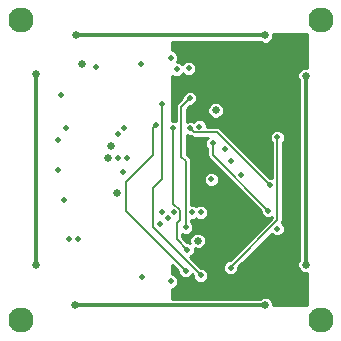
<source format=gbr>
G04 #@! TF.FileFunction,Copper,L3,Inr,Signal*
%FSLAX46Y46*%
G04 Gerber Fmt 4.6, Leading zero omitted, Abs format (unit mm)*
G04 Created by KiCad (PCBNEW 4.0.0-rc1-stable) date 10/19/2015 7:45:35 PM*
%MOMM*%
G01*
G04 APERTURE LIST*
%ADD10C,0.100000*%
%ADD11C,2.130000*%
%ADD12C,0.635000*%
%ADD13C,0.508000*%
%ADD14C,0.152400*%
%ADD15C,0.304800*%
%ADD16C,0.254000*%
G04 APERTURE END LIST*
D10*
D11*
X127000000Y-127000000D03*
X152400000Y-127000000D03*
X152400000Y-101600000D03*
X127000000Y-101600000D03*
D12*
X135128000Y-116205000D03*
X143510000Y-109220006D03*
X132207000Y-105283000D03*
X134620000Y-112268000D03*
D13*
X135636000Y-114452420D03*
X136017000Y-113284000D03*
X139700000Y-104775004D03*
X130175000Y-114299998D03*
X139699998Y-123698000D03*
D12*
X141986006Y-120269000D03*
X134366000Y-113284000D03*
D13*
X149352000Y-114299998D03*
X143129000Y-114046000D03*
D12*
X144653000Y-121031000D03*
X147447000Y-112141000D03*
D13*
X142125587Y-110614483D03*
X142240000Y-117856000D03*
X137287000Y-123317000D03*
X130174990Y-111760000D03*
X135255000Y-111252000D03*
X135255000Y-113284000D03*
X130683000Y-116840000D03*
X131064000Y-120142000D03*
X131839539Y-120139666D03*
X138938000Y-117856000D03*
X139446000Y-118364000D03*
X130429004Y-107950000D03*
X139954000Y-117856000D03*
X141327236Y-108180236D03*
X140970000Y-119126000D03*
X141478000Y-117856000D03*
X133350000Y-105537000D03*
X138811000Y-118872000D03*
X143129000Y-115062000D03*
X144780000Y-113538000D03*
X145669000Y-114680998D03*
X144272000Y-112522000D03*
X148717000Y-119253000D03*
X147955000Y-117729000D03*
X143256000Y-112014000D03*
X148082000Y-115569998D03*
X141350998Y-110744000D03*
X144780000Y-122555000D03*
X148717000Y-111506000D03*
X141097000Y-121031000D03*
X139932610Y-110744000D03*
X130810000Y-110744000D03*
X135763000Y-110744000D03*
D12*
X147700988Y-102870000D03*
X151130000Y-106299000D03*
X128270000Y-106172000D03*
X131699000Y-102870000D03*
X128270000Y-122301000D03*
X131572000Y-125730000D03*
X147701000Y-125730000D03*
X151130000Y-122301000D03*
D13*
X141223986Y-105664000D03*
X137160000Y-105283000D03*
X140208000Y-105765610D03*
X142240000Y-123190000D03*
X138938000Y-108712000D03*
X140970000Y-122809000D03*
X138430000Y-110490010D03*
D14*
X140970000Y-119126000D02*
X140970000Y-113538000D01*
X140970000Y-113538000D02*
X140589000Y-113157000D01*
X140589000Y-113157000D02*
X140589000Y-108918472D01*
X140589000Y-108918472D02*
X141073237Y-108434235D01*
X141073237Y-108434235D02*
X141327236Y-108180236D01*
X143256000Y-112014000D02*
X143256000Y-113030000D01*
X143256000Y-113030000D02*
X147955000Y-117729000D01*
X147828001Y-115315999D02*
X148082000Y-115569998D01*
X143611603Y-111099601D02*
X147828001Y-115315999D01*
X141706599Y-111099601D02*
X143611603Y-111099601D01*
X141350998Y-110744000D02*
X141706599Y-111099601D01*
X148717000Y-111506000D02*
X148717000Y-118538750D01*
X148717000Y-118538750D02*
X144780000Y-122475750D01*
X144780000Y-122475750D02*
X144780000Y-122555000D01*
X140208000Y-118745000D02*
X140208000Y-120142000D01*
X140208000Y-120142000D02*
X141097000Y-121031000D01*
X140462000Y-118491000D02*
X140208000Y-118745000D01*
X140462000Y-117649750D02*
X140462000Y-118491000D01*
X139932610Y-110744000D02*
X139932610Y-117120360D01*
X139932610Y-117120360D02*
X140462000Y-117649750D01*
D15*
X131699000Y-102870000D02*
X147700988Y-102870000D01*
X128270000Y-122301000D02*
X128270000Y-106172000D01*
X147701000Y-125730000D02*
X131572000Y-125730000D01*
X151130000Y-106299000D02*
X151130000Y-122301000D01*
D14*
X141986001Y-122936001D02*
X142240000Y-123190000D01*
X138176000Y-119126000D02*
X141986001Y-122936001D01*
X138176000Y-115824000D02*
X138176000Y-119126000D01*
X138938000Y-115062000D02*
X138176000Y-115824000D01*
X138938000Y-108712000D02*
X138938000Y-115062000D01*
X138430000Y-110490010D02*
X138176001Y-110744009D01*
X138176001Y-110744009D02*
X138176001Y-113029999D01*
X138176001Y-113029999D02*
X135890000Y-115316000D01*
X135890000Y-115316000D02*
X135890000Y-117729000D01*
X135890000Y-117729000D02*
X140970000Y-122809000D01*
D16*
G36*
X151257000Y-105600611D02*
X150991669Y-105600379D01*
X150734849Y-105706496D01*
X150538186Y-105902815D01*
X150431622Y-106159450D01*
X150431379Y-106437331D01*
X150537496Y-106694151D01*
X150596600Y-106753359D01*
X150596600Y-121846503D01*
X150538186Y-121904815D01*
X150431622Y-122161450D01*
X150431379Y-122439331D01*
X150537496Y-122696151D01*
X150733815Y-122892814D01*
X150990450Y-122999378D01*
X151257000Y-122999611D01*
X151257000Y-125730000D01*
X148399500Y-125730000D01*
X148399621Y-125591669D01*
X148293504Y-125334849D01*
X148097185Y-125138186D01*
X147840550Y-125031622D01*
X147562669Y-125031379D01*
X147305849Y-125137496D01*
X147246641Y-125196600D01*
X139827000Y-125196600D01*
X139827000Y-124332595D01*
X140059226Y-124236640D01*
X140238011Y-124058168D01*
X140334887Y-123824863D01*
X140335108Y-123572245D01*
X140238638Y-123338772D01*
X140060166Y-123159987D01*
X139827000Y-123063169D01*
X139827000Y-122312578D01*
X140334990Y-122820568D01*
X140334890Y-122934755D01*
X140431360Y-123168228D01*
X140609832Y-123347013D01*
X140843137Y-123443889D01*
X141095755Y-123444110D01*
X141329228Y-123347640D01*
X141508013Y-123169168D01*
X141526960Y-123123538D01*
X141604990Y-123201568D01*
X141604890Y-123315755D01*
X141701360Y-123549228D01*
X141879832Y-123728013D01*
X142113137Y-123824889D01*
X142365755Y-123825110D01*
X142599228Y-123728640D01*
X142778013Y-123550168D01*
X142874889Y-123316863D01*
X142875110Y-123064245D01*
X142778640Y-122830772D01*
X142600168Y-122651987D01*
X142366863Y-122555111D01*
X142251588Y-122555010D01*
X141321774Y-121625196D01*
X141456228Y-121569640D01*
X141635013Y-121391168D01*
X141731889Y-121157863D01*
X141732097Y-120919892D01*
X141846456Y-120967378D01*
X142124337Y-120967621D01*
X142381157Y-120861504D01*
X142577820Y-120665185D01*
X142684384Y-120408550D01*
X142684627Y-120130669D01*
X142578510Y-119873849D01*
X142382191Y-119677186D01*
X142125556Y-119570622D01*
X141847675Y-119570379D01*
X141590855Y-119676496D01*
X141394192Y-119872815D01*
X141287628Y-120129450D01*
X141287385Y-120407331D01*
X141294945Y-120425626D01*
X141223863Y-120396111D01*
X141108588Y-120396010D01*
X140665200Y-119952622D01*
X140665200Y-119687004D01*
X140843137Y-119760889D01*
X141095755Y-119761110D01*
X141329228Y-119664640D01*
X141508013Y-119486168D01*
X141604889Y-119252863D01*
X141605110Y-119000245D01*
X141508640Y-118766772D01*
X141427200Y-118685189D01*
X141427200Y-118490956D01*
X141603755Y-118491110D01*
X141837228Y-118394640D01*
X141858881Y-118373025D01*
X141879832Y-118394013D01*
X142113137Y-118490889D01*
X142365755Y-118491110D01*
X142599228Y-118394640D01*
X142778013Y-118216168D01*
X142874889Y-117982863D01*
X142875110Y-117730245D01*
X142778640Y-117496772D01*
X142600168Y-117317987D01*
X142366863Y-117221111D01*
X142114245Y-117220890D01*
X141880772Y-117317360D01*
X141859119Y-117338975D01*
X141838168Y-117317987D01*
X141604863Y-117221111D01*
X141427200Y-117220956D01*
X141427200Y-115187755D01*
X142493890Y-115187755D01*
X142590360Y-115421228D01*
X142768832Y-115600013D01*
X143002137Y-115696889D01*
X143254755Y-115697110D01*
X143488228Y-115600640D01*
X143667013Y-115422168D01*
X143763889Y-115188863D01*
X143764110Y-114936245D01*
X143667640Y-114702772D01*
X143489168Y-114523987D01*
X143255863Y-114427111D01*
X143003245Y-114426890D01*
X142769772Y-114523360D01*
X142590987Y-114701832D01*
X142494111Y-114935137D01*
X142493890Y-115187755D01*
X141427200Y-115187755D01*
X141427200Y-113538000D01*
X141392398Y-113363037D01*
X141293289Y-113214711D01*
X141046200Y-112967622D01*
X141046200Y-111305004D01*
X141224135Y-111378889D01*
X141339410Y-111378990D01*
X141383310Y-111422890D01*
X141531636Y-111521999D01*
X141706599Y-111556801D01*
X142815188Y-111556801D01*
X142717987Y-111653832D01*
X142621111Y-111887137D01*
X142620890Y-112139755D01*
X142717360Y-112373228D01*
X142798800Y-112454811D01*
X142798800Y-113030000D01*
X142833602Y-113204963D01*
X142932711Y-113353289D01*
X147319990Y-117740569D01*
X147319890Y-117854755D01*
X147416360Y-118088228D01*
X147594832Y-118267013D01*
X147828137Y-118363889D01*
X148080755Y-118364110D01*
X148259800Y-118290129D01*
X148259800Y-118349372D01*
X144689251Y-121919921D01*
X144654245Y-121919890D01*
X144420772Y-122016360D01*
X144241987Y-122194832D01*
X144145111Y-122428137D01*
X144144890Y-122680755D01*
X144241360Y-122914228D01*
X144419832Y-123093013D01*
X144653137Y-123189889D01*
X144905755Y-123190110D01*
X145139228Y-123093640D01*
X145318013Y-122915168D01*
X145414889Y-122681863D01*
X145415059Y-122487269D01*
X148234181Y-119668147D01*
X148356832Y-119791013D01*
X148590137Y-119887889D01*
X148842755Y-119888110D01*
X149076228Y-119791640D01*
X149255013Y-119613168D01*
X149351889Y-119379863D01*
X149352110Y-119127245D01*
X149255640Y-118893772D01*
X149113936Y-118751819D01*
X149139398Y-118713713D01*
X149174200Y-118538750D01*
X149174200Y-111946840D01*
X149255013Y-111866168D01*
X149351889Y-111632863D01*
X149352110Y-111380245D01*
X149255640Y-111146772D01*
X149077168Y-110967987D01*
X148843863Y-110871111D01*
X148591245Y-110870890D01*
X148357772Y-110967360D01*
X148178987Y-111145832D01*
X148082111Y-111379137D01*
X148081890Y-111631755D01*
X148178360Y-111865228D01*
X148259800Y-111946811D01*
X148259800Y-114956260D01*
X148208863Y-114935109D01*
X148093588Y-114935008D01*
X143934892Y-110776312D01*
X143786566Y-110677203D01*
X143611603Y-110642401D01*
X142760563Y-110642401D01*
X142760697Y-110488728D01*
X142664227Y-110255255D01*
X142485755Y-110076470D01*
X142252450Y-109979594D01*
X141999832Y-109979373D01*
X141766359Y-110075843D01*
X141658072Y-110183941D01*
X141477861Y-110109111D01*
X141225243Y-110108890D01*
X141046200Y-110182870D01*
X141046200Y-109358337D01*
X142811379Y-109358337D01*
X142917496Y-109615157D01*
X143113815Y-109811820D01*
X143370450Y-109918384D01*
X143648331Y-109918627D01*
X143905151Y-109812510D01*
X144101814Y-109616191D01*
X144208378Y-109359556D01*
X144208621Y-109081675D01*
X144102504Y-108824855D01*
X143906185Y-108628192D01*
X143649550Y-108521628D01*
X143371669Y-108521385D01*
X143114849Y-108627502D01*
X142918186Y-108823821D01*
X142811622Y-109080456D01*
X142811379Y-109358337D01*
X141046200Y-109358337D01*
X141046200Y-109107850D01*
X141338805Y-108815246D01*
X141452991Y-108815346D01*
X141686464Y-108718876D01*
X141865249Y-108540404D01*
X141962125Y-108307099D01*
X141962346Y-108054481D01*
X141865876Y-107821008D01*
X141687404Y-107642223D01*
X141454099Y-107545347D01*
X141201481Y-107545126D01*
X140968008Y-107641596D01*
X140789223Y-107820068D01*
X140692347Y-108053373D01*
X140692246Y-108168647D01*
X140265711Y-108595183D01*
X140166602Y-108743509D01*
X140131800Y-108918472D01*
X140131800Y-110139144D01*
X140059473Y-110109111D01*
X139827000Y-110108908D01*
X139827000Y-106282754D01*
X139847832Y-106303623D01*
X140081137Y-106400499D01*
X140333755Y-106400720D01*
X140567228Y-106304250D01*
X140746013Y-106125778D01*
X140758264Y-106096274D01*
X140863818Y-106202013D01*
X141097123Y-106298889D01*
X141349741Y-106299110D01*
X141583214Y-106202640D01*
X141761999Y-106024168D01*
X141858875Y-105790863D01*
X141859096Y-105538245D01*
X141762626Y-105304772D01*
X141584154Y-105125987D01*
X141350849Y-105029111D01*
X141098231Y-105028890D01*
X140864758Y-105125360D01*
X140685973Y-105303832D01*
X140673722Y-105333336D01*
X140568168Y-105227597D01*
X140334863Y-105130721D01*
X140239896Y-105130638D01*
X140334889Y-104901867D01*
X140335110Y-104649249D01*
X140238640Y-104415776D01*
X140060168Y-104236991D01*
X139827000Y-104140172D01*
X139827000Y-103403400D01*
X147246491Y-103403400D01*
X147304803Y-103461814D01*
X147561438Y-103568378D01*
X147839319Y-103568621D01*
X148096139Y-103462504D01*
X148292802Y-103266185D01*
X148399366Y-103009550D01*
X148399599Y-102743000D01*
X151257000Y-102743000D01*
X151257000Y-105600611D01*
X151257000Y-105600611D01*
G37*
X151257000Y-105600611D02*
X150991669Y-105600379D01*
X150734849Y-105706496D01*
X150538186Y-105902815D01*
X150431622Y-106159450D01*
X150431379Y-106437331D01*
X150537496Y-106694151D01*
X150596600Y-106753359D01*
X150596600Y-121846503D01*
X150538186Y-121904815D01*
X150431622Y-122161450D01*
X150431379Y-122439331D01*
X150537496Y-122696151D01*
X150733815Y-122892814D01*
X150990450Y-122999378D01*
X151257000Y-122999611D01*
X151257000Y-125730000D01*
X148399500Y-125730000D01*
X148399621Y-125591669D01*
X148293504Y-125334849D01*
X148097185Y-125138186D01*
X147840550Y-125031622D01*
X147562669Y-125031379D01*
X147305849Y-125137496D01*
X147246641Y-125196600D01*
X139827000Y-125196600D01*
X139827000Y-124332595D01*
X140059226Y-124236640D01*
X140238011Y-124058168D01*
X140334887Y-123824863D01*
X140335108Y-123572245D01*
X140238638Y-123338772D01*
X140060166Y-123159987D01*
X139827000Y-123063169D01*
X139827000Y-122312578D01*
X140334990Y-122820568D01*
X140334890Y-122934755D01*
X140431360Y-123168228D01*
X140609832Y-123347013D01*
X140843137Y-123443889D01*
X141095755Y-123444110D01*
X141329228Y-123347640D01*
X141508013Y-123169168D01*
X141526960Y-123123538D01*
X141604990Y-123201568D01*
X141604890Y-123315755D01*
X141701360Y-123549228D01*
X141879832Y-123728013D01*
X142113137Y-123824889D01*
X142365755Y-123825110D01*
X142599228Y-123728640D01*
X142778013Y-123550168D01*
X142874889Y-123316863D01*
X142875110Y-123064245D01*
X142778640Y-122830772D01*
X142600168Y-122651987D01*
X142366863Y-122555111D01*
X142251588Y-122555010D01*
X141321774Y-121625196D01*
X141456228Y-121569640D01*
X141635013Y-121391168D01*
X141731889Y-121157863D01*
X141732097Y-120919892D01*
X141846456Y-120967378D01*
X142124337Y-120967621D01*
X142381157Y-120861504D01*
X142577820Y-120665185D01*
X142684384Y-120408550D01*
X142684627Y-120130669D01*
X142578510Y-119873849D01*
X142382191Y-119677186D01*
X142125556Y-119570622D01*
X141847675Y-119570379D01*
X141590855Y-119676496D01*
X141394192Y-119872815D01*
X141287628Y-120129450D01*
X141287385Y-120407331D01*
X141294945Y-120425626D01*
X141223863Y-120396111D01*
X141108588Y-120396010D01*
X140665200Y-119952622D01*
X140665200Y-119687004D01*
X140843137Y-119760889D01*
X141095755Y-119761110D01*
X141329228Y-119664640D01*
X141508013Y-119486168D01*
X141604889Y-119252863D01*
X141605110Y-119000245D01*
X141508640Y-118766772D01*
X141427200Y-118685189D01*
X141427200Y-118490956D01*
X141603755Y-118491110D01*
X141837228Y-118394640D01*
X141858881Y-118373025D01*
X141879832Y-118394013D01*
X142113137Y-118490889D01*
X142365755Y-118491110D01*
X142599228Y-118394640D01*
X142778013Y-118216168D01*
X142874889Y-117982863D01*
X142875110Y-117730245D01*
X142778640Y-117496772D01*
X142600168Y-117317987D01*
X142366863Y-117221111D01*
X142114245Y-117220890D01*
X141880772Y-117317360D01*
X141859119Y-117338975D01*
X141838168Y-117317987D01*
X141604863Y-117221111D01*
X141427200Y-117220956D01*
X141427200Y-115187755D01*
X142493890Y-115187755D01*
X142590360Y-115421228D01*
X142768832Y-115600013D01*
X143002137Y-115696889D01*
X143254755Y-115697110D01*
X143488228Y-115600640D01*
X143667013Y-115422168D01*
X143763889Y-115188863D01*
X143764110Y-114936245D01*
X143667640Y-114702772D01*
X143489168Y-114523987D01*
X143255863Y-114427111D01*
X143003245Y-114426890D01*
X142769772Y-114523360D01*
X142590987Y-114701832D01*
X142494111Y-114935137D01*
X142493890Y-115187755D01*
X141427200Y-115187755D01*
X141427200Y-113538000D01*
X141392398Y-113363037D01*
X141293289Y-113214711D01*
X141046200Y-112967622D01*
X141046200Y-111305004D01*
X141224135Y-111378889D01*
X141339410Y-111378990D01*
X141383310Y-111422890D01*
X141531636Y-111521999D01*
X141706599Y-111556801D01*
X142815188Y-111556801D01*
X142717987Y-111653832D01*
X142621111Y-111887137D01*
X142620890Y-112139755D01*
X142717360Y-112373228D01*
X142798800Y-112454811D01*
X142798800Y-113030000D01*
X142833602Y-113204963D01*
X142932711Y-113353289D01*
X147319990Y-117740569D01*
X147319890Y-117854755D01*
X147416360Y-118088228D01*
X147594832Y-118267013D01*
X147828137Y-118363889D01*
X148080755Y-118364110D01*
X148259800Y-118290129D01*
X148259800Y-118349372D01*
X144689251Y-121919921D01*
X144654245Y-121919890D01*
X144420772Y-122016360D01*
X144241987Y-122194832D01*
X144145111Y-122428137D01*
X144144890Y-122680755D01*
X144241360Y-122914228D01*
X144419832Y-123093013D01*
X144653137Y-123189889D01*
X144905755Y-123190110D01*
X145139228Y-123093640D01*
X145318013Y-122915168D01*
X145414889Y-122681863D01*
X145415059Y-122487269D01*
X148234181Y-119668147D01*
X148356832Y-119791013D01*
X148590137Y-119887889D01*
X148842755Y-119888110D01*
X149076228Y-119791640D01*
X149255013Y-119613168D01*
X149351889Y-119379863D01*
X149352110Y-119127245D01*
X149255640Y-118893772D01*
X149113936Y-118751819D01*
X149139398Y-118713713D01*
X149174200Y-118538750D01*
X149174200Y-111946840D01*
X149255013Y-111866168D01*
X149351889Y-111632863D01*
X149352110Y-111380245D01*
X149255640Y-111146772D01*
X149077168Y-110967987D01*
X148843863Y-110871111D01*
X148591245Y-110870890D01*
X148357772Y-110967360D01*
X148178987Y-111145832D01*
X148082111Y-111379137D01*
X148081890Y-111631755D01*
X148178360Y-111865228D01*
X148259800Y-111946811D01*
X148259800Y-114956260D01*
X148208863Y-114935109D01*
X148093588Y-114935008D01*
X143934892Y-110776312D01*
X143786566Y-110677203D01*
X143611603Y-110642401D01*
X142760563Y-110642401D01*
X142760697Y-110488728D01*
X142664227Y-110255255D01*
X142485755Y-110076470D01*
X142252450Y-109979594D01*
X141999832Y-109979373D01*
X141766359Y-110075843D01*
X141658072Y-110183941D01*
X141477861Y-110109111D01*
X141225243Y-110108890D01*
X141046200Y-110182870D01*
X141046200Y-109358337D01*
X142811379Y-109358337D01*
X142917496Y-109615157D01*
X143113815Y-109811820D01*
X143370450Y-109918384D01*
X143648331Y-109918627D01*
X143905151Y-109812510D01*
X144101814Y-109616191D01*
X144208378Y-109359556D01*
X144208621Y-109081675D01*
X144102504Y-108824855D01*
X143906185Y-108628192D01*
X143649550Y-108521628D01*
X143371669Y-108521385D01*
X143114849Y-108627502D01*
X142918186Y-108823821D01*
X142811622Y-109080456D01*
X142811379Y-109358337D01*
X141046200Y-109358337D01*
X141046200Y-109107850D01*
X141338805Y-108815246D01*
X141452991Y-108815346D01*
X141686464Y-108718876D01*
X141865249Y-108540404D01*
X141962125Y-108307099D01*
X141962346Y-108054481D01*
X141865876Y-107821008D01*
X141687404Y-107642223D01*
X141454099Y-107545347D01*
X141201481Y-107545126D01*
X140968008Y-107641596D01*
X140789223Y-107820068D01*
X140692347Y-108053373D01*
X140692246Y-108168647D01*
X140265711Y-108595183D01*
X140166602Y-108743509D01*
X140131800Y-108918472D01*
X140131800Y-110139144D01*
X140059473Y-110109111D01*
X139827000Y-110108908D01*
X139827000Y-106282754D01*
X139847832Y-106303623D01*
X140081137Y-106400499D01*
X140333755Y-106400720D01*
X140567228Y-106304250D01*
X140746013Y-106125778D01*
X140758264Y-106096274D01*
X140863818Y-106202013D01*
X141097123Y-106298889D01*
X141349741Y-106299110D01*
X141583214Y-106202640D01*
X141761999Y-106024168D01*
X141858875Y-105790863D01*
X141859096Y-105538245D01*
X141762626Y-105304772D01*
X141584154Y-105125987D01*
X141350849Y-105029111D01*
X141098231Y-105028890D01*
X140864758Y-105125360D01*
X140685973Y-105303832D01*
X140673722Y-105333336D01*
X140568168Y-105227597D01*
X140334863Y-105130721D01*
X140239896Y-105130638D01*
X140334889Y-104901867D01*
X140335110Y-104649249D01*
X140238640Y-104415776D01*
X140060168Y-104236991D01*
X139827000Y-104140172D01*
X139827000Y-103403400D01*
X147246491Y-103403400D01*
X147304803Y-103461814D01*
X147561438Y-103568378D01*
X147839319Y-103568621D01*
X148096139Y-103462504D01*
X148292802Y-103266185D01*
X148399366Y-103009550D01*
X148399599Y-102743000D01*
X151257000Y-102743000D01*
X151257000Y-105600611D01*
M02*

</source>
